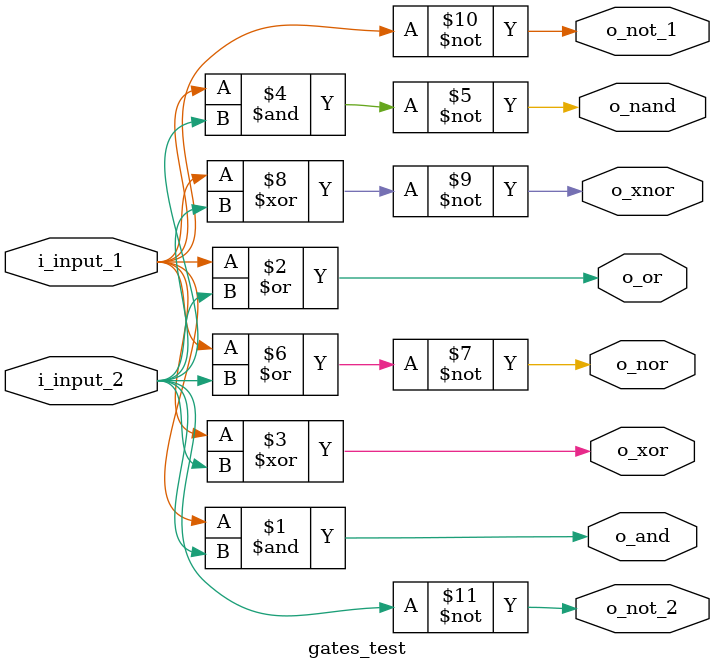
<source format=v>
`timescale 1ns / 1ps


module gates_test(
    input i_input_1,
    input i_input_2,
    output o_and,
    output o_or,
    output o_xor,
    output o_nand,
    output o_nor,
    output o_xnor,
    output o_not_1,
    output  o_not_2
    );
    
    assign o_and = i_input_1 & i_input_2;
    assign o_or = i_input_1 | i_input_2;
    assign o_xor = i_input_1 ^ i_input_2;
    assign o_nand = ~(i_input_1 & i_input_2);
    assign o_nor = ~(i_input_1 | i_input_2);
    assign o_xnor = ~(i_input_1 ^ i_input_2);
    assign o_not_1 = ~i_input_1;
    assign o_not_2 = ~i_input_2;
    
endmodule

</source>
